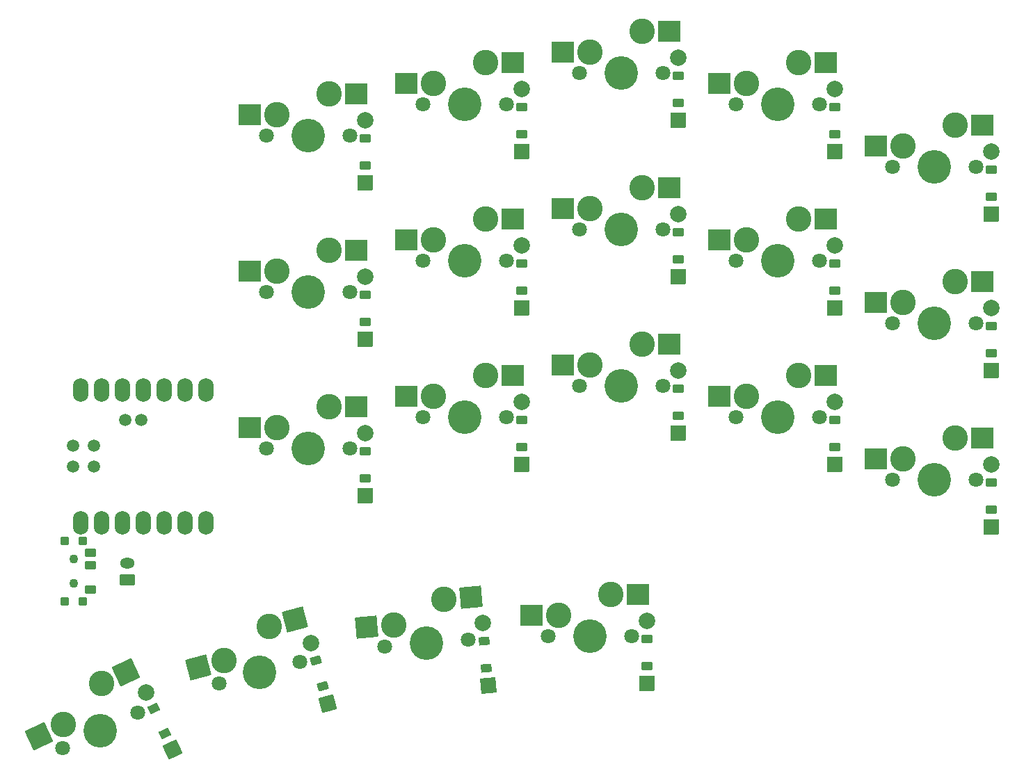
<source format=gbr>
%TF.GenerationSoftware,KiCad,Pcbnew,9.0.6*%
%TF.CreationDate,2026-01-03T00:52:40-08:00*%
%TF.ProjectId,pcb_right,7063625f-7269-4676-9874-2e6b69636164,4.2.1*%
%TF.SameCoordinates,Original*%
%TF.FileFunction,Soldermask,Bot*%
%TF.FilePolarity,Negative*%
%FSLAX46Y46*%
G04 Gerber Fmt 4.6, Leading zero omitted, Abs format (unit mm)*
G04 Created by KiCad (PCBNEW 9.0.6) date 2026-01-03 00:52:40*
%MOMM*%
%LPD*%
G01*
G04 APERTURE LIST*
G04 Aperture macros list*
%AMRoundRect*
0 Rectangle with rounded corners*
0 $1 Rounding radius*
0 $2 $3 $4 $5 $6 $7 $8 $9 X,Y pos of 4 corners*
0 Add a 4 corners polygon primitive as box body*
4,1,4,$2,$3,$4,$5,$6,$7,$8,$9,$2,$3,0*
0 Add four circle primitives for the rounded corners*
1,1,$1+$1,$2,$3*
1,1,$1+$1,$4,$5*
1,1,$1+$1,$6,$7*
1,1,$1+$1,$8,$9*
0 Add four rect primitives between the rounded corners*
20,1,$1+$1,$2,$3,$4,$5,0*
20,1,$1+$1,$4,$5,$6,$7,0*
20,1,$1+$1,$6,$7,$8,$9,0*
20,1,$1+$1,$8,$9,$2,$3,0*%
G04 Aperture macros list end*
%ADD10RoundRect,0.050000X0.450000X-0.450000X0.450000X0.450000X-0.450000X0.450000X-0.450000X-0.450000X0*%
%ADD11C,1.100000*%
%ADD12RoundRect,0.050000X0.625000X-0.450000X0.625000X0.450000X-0.625000X0.450000X-0.625000X-0.450000X0*%
%ADD13C,1.801800*%
%ADD14C,3.100000*%
%ADD15C,4.087800*%
%ADD16RoundRect,0.050000X-1.275000X-1.250000X1.275000X-1.250000X1.275000X1.250000X-1.275000X1.250000X0*%
%ADD17RoundRect,0.050000X0.889000X-0.889000X0.889000X0.889000X-0.889000X0.889000X-0.889000X-0.889000X0*%
%ADD18RoundRect,0.050000X0.600000X-0.450000X0.600000X0.450000X-0.600000X0.450000X-0.600000X-0.450000X0*%
%ADD19C,2.005000*%
%ADD20O,1.900000X2.850000*%
%ADD21C,1.497000*%
%ADD22RoundRect,0.050000X1.088798X-0.628618X0.628618X1.088798X-1.088798X0.628618X-0.628618X-1.088798X0*%
%ADD23RoundRect,0.050000X0.696024X-0.279375X0.463087X0.589958X-0.696024X0.279375X-0.463087X-0.589958X0*%
%ADD24RoundRect,0.050000X-1.161204X-1.356367X1.379093X-1.134120X1.161204X1.356367X-1.379093X1.134120X0*%
%ADD25RoundRect,0.050000X-0.627270X-1.671723X1.683815X-0.594046X0.627270X1.671723X-1.683815X0.594046X0*%
%ADD26RoundRect,0.050000X0.850000X-0.600000X0.850000X0.600000X-0.850000X0.600000X-0.850000X-0.600000X0*%
%ADD27O,1.800000X1.300000*%
%ADD28RoundRect,0.050000X0.963099X-0.808136X0.808136X0.963099X-0.963099X0.808136X-0.808136X-0.963099X0*%
%ADD29RoundRect,0.050000X0.636937X-0.395994X0.558497X0.500581X-0.636937X0.395994X-0.558497X-0.500581X0*%
%ADD30RoundRect,0.050000X-0.908032X-1.537402X1.555079X-0.877413X0.908032X1.537402X-1.555079X0.877413X0*%
%ADD31RoundRect,0.050000X1.181415X-0.430000X0.430000X1.181415X-1.181415X0.430000X-0.430000X-1.181415X0*%
%ADD32RoundRect,0.050000X0.733963X-0.154268X0.353606X0.661409X-0.733963X0.154268X-0.353606X-0.661409X0*%
G04 APERTURE END LIST*
D10*
%TO.C,T1*%
X226600000Y-164890000D03*
X228800000Y-164890000D03*
D11*
X227700000Y-162690000D03*
X227700000Y-159690000D03*
D10*
X226600000Y-157490000D03*
X228800000Y-157490000D03*
D12*
X229775000Y-163440000D03*
X229775000Y-160440000D03*
X229775000Y-158940000D03*
%TD*%
D13*
%TO.C,S15*%
X251120000Y-108090000D03*
D14*
X252390000Y-105550000D03*
D15*
X256200000Y-108090000D03*
D14*
X258740000Y-103010000D03*
D13*
X261280000Y-108090000D03*
D16*
X249115000Y-105550000D03*
X262042000Y-103010000D03*
%TD*%
D17*
%TO.C,D5*%
X320350000Y-129140000D03*
D18*
X320350000Y-126980000D03*
X320350000Y-123680000D03*
D19*
X320350000Y-121520000D03*
%TD*%
D17*
%TO.C,D2*%
X339400000Y-136760000D03*
D18*
X339400000Y-134600000D03*
X339400000Y-131300000D03*
D19*
X339400000Y-129140000D03*
%TD*%
D17*
%TO.C,D9*%
X301300000Y-106280000D03*
D18*
X301300000Y-104120000D03*
X301300000Y-100820000D03*
D19*
X301300000Y-98660000D03*
%TD*%
D20*
%TO.C,_1*%
X228580000Y-155285000D03*
X231120000Y-155285000D03*
X233660000Y-155285000D03*
X236200000Y-155285000D03*
X238740000Y-155285000D03*
X241280000Y-155285000D03*
X243820000Y-155285000D03*
D21*
X227628000Y-148460000D03*
X230168000Y-148460000D03*
D20*
X243820000Y-139095000D03*
X241280000Y-139095000D03*
X238740000Y-139095000D03*
X236200000Y-139095000D03*
X233660000Y-139095000D03*
X231120000Y-139095000D03*
X228580000Y-139095000D03*
D21*
X227628000Y-145920000D03*
X230168000Y-145920000D03*
X235883000Y-142745000D03*
X233978000Y-142745000D03*
%TD*%
D13*
%TO.C,S11*%
X270170000Y-123330000D03*
D14*
X271440000Y-120790000D03*
D15*
X275250000Y-123330000D03*
D14*
X277790000Y-118250000D03*
D13*
X280330000Y-123330000D03*
D16*
X268165000Y-120790000D03*
X281092000Y-118250000D03*
%TD*%
D13*
%TO.C,S16*%
X285410000Y-169050000D03*
D14*
X286680000Y-166510000D03*
D15*
X290490000Y-169050000D03*
D14*
X293030000Y-163970000D03*
D13*
X295570000Y-169050000D03*
D16*
X283405000Y-166510000D03*
X296332000Y-163970000D03*
%TD*%
D17*
%TO.C,D14*%
X263200000Y-132950000D03*
D18*
X263200000Y-130790000D03*
X263200000Y-127490000D03*
D19*
X263200000Y-125330000D03*
%TD*%
D13*
%TO.C,S2*%
X327320000Y-130950000D03*
D14*
X328590000Y-128410000D03*
D15*
X332400000Y-130950000D03*
D14*
X334940000Y-125870000D03*
D13*
X337480000Y-130950000D03*
D16*
X325315000Y-128410000D03*
X338242000Y-125870000D03*
%TD*%
D13*
%TO.C,S1*%
X327320000Y-150000000D03*
D14*
X328590000Y-147460000D03*
D15*
X332400000Y-150000000D03*
D14*
X334940000Y-144920000D03*
D13*
X337480000Y-150000000D03*
D16*
X325315000Y-147460000D03*
X338242000Y-144920000D03*
%TD*%
D13*
%TO.C,S3*%
X327320000Y-111900000D03*
D14*
X328590000Y-109360000D03*
D15*
X332400000Y-111900000D03*
D14*
X334940000Y-106820000D03*
D13*
X337480000Y-111900000D03*
D16*
X325315000Y-109360000D03*
X338242000Y-106820000D03*
%TD*%
D17*
%TO.C,D3*%
X339400000Y-117710000D03*
D18*
X339400000Y-115550000D03*
X339400000Y-112250000D03*
D19*
X339400000Y-110090000D03*
%TD*%
D13*
%TO.C,S6*%
X308270000Y-104280000D03*
D14*
X309540000Y-101740000D03*
D15*
X313350000Y-104280000D03*
D14*
X315890000Y-99200000D03*
D13*
X318430000Y-104280000D03*
D16*
X306265000Y-101740000D03*
X319192000Y-99200000D03*
%TD*%
D22*
%TO.C,D18*%
X258587017Y-177300420D03*
D23*
X258027965Y-175214021D03*
X257173865Y-172026465D03*
D19*
X256614813Y-169940066D03*
%TD*%
D17*
%TO.C,D15*%
X263200000Y-113900000D03*
D18*
X263200000Y-111740000D03*
X263200000Y-108440000D03*
D19*
X263200000Y-106280000D03*
%TD*%
D13*
%TO.C,S7*%
X289220000Y-138570000D03*
D14*
X290490000Y-136030000D03*
D15*
X294300000Y-138570000D03*
D14*
X296840000Y-133490000D03*
D13*
X299380000Y-138570000D03*
D16*
X287215000Y-136030000D03*
X300142000Y-133490000D03*
%TD*%
D13*
%TO.C,S10*%
X270170000Y-142380000D03*
D14*
X271440000Y-139840000D03*
D15*
X275250000Y-142380000D03*
D14*
X277790000Y-137300000D03*
D13*
X280330000Y-142380000D03*
D16*
X268165000Y-139840000D03*
X281092000Y-137300000D03*
%TD*%
D17*
%TO.C,D11*%
X282250000Y-129140000D03*
D18*
X282250000Y-126980000D03*
X282250000Y-123680000D03*
D19*
X282250000Y-121520000D03*
%TD*%
D17*
%TO.C,D4*%
X320350000Y-148190000D03*
D18*
X320350000Y-146030000D03*
X320350000Y-142730000D03*
D19*
X320350000Y-140570000D03*
%TD*%
D17*
%TO.C,D16*%
X297490000Y-174860000D03*
D18*
X297490000Y-172700000D03*
X297490000Y-169400000D03*
D19*
X297490000Y-167240000D03*
%TD*%
D13*
%TO.C,S17*%
X265585418Y-170359155D03*
D14*
X266629210Y-167718133D03*
D15*
X270646087Y-169916404D03*
D14*
X272733670Y-164634359D03*
D13*
X275706756Y-169473653D03*
D24*
X263366672Y-168003568D03*
X276023105Y-164346571D03*
%TD*%
D17*
%TO.C,D8*%
X301300000Y-125330000D03*
D18*
X301300000Y-123170000D03*
X301300000Y-119870000D03*
D19*
X301300000Y-117710000D03*
%TD*%
D17*
%TO.C,D1*%
X339400000Y-155810000D03*
D18*
X339400000Y-153650000D03*
X339400000Y-150350000D03*
D19*
X339400000Y-148190000D03*
%TD*%
D17*
%TO.C,D10*%
X282250000Y-148190000D03*
D18*
X282250000Y-146030000D03*
X282250000Y-142730000D03*
D19*
X282250000Y-140570000D03*
%TD*%
D13*
%TO.C,S19*%
X226324539Y-182705578D03*
D14*
X226402100Y-179866831D03*
D15*
X230928583Y-180558677D03*
D14*
X231083704Y-174881183D03*
D13*
X235532627Y-178411776D03*
D25*
X223433942Y-181250906D03*
X234076332Y-173485698D03*
%TD*%
D26*
%TO.C,JST1*%
X234200000Y-162190000D03*
D27*
X234200000Y-160190000D03*
%TD*%
D13*
%TO.C,S13*%
X251120000Y-146190000D03*
D14*
X252390000Y-143650000D03*
D15*
X256200000Y-146190000D03*
D14*
X258740000Y-141110000D03*
D13*
X261280000Y-146190000D03*
D16*
X249115000Y-143650000D03*
X262042000Y-141110000D03*
%TD*%
D13*
%TO.C,S9*%
X289220000Y-100470000D03*
D14*
X290490000Y-97930000D03*
D15*
X294300000Y-100470000D03*
D14*
X296840000Y-95390000D03*
D13*
X299380000Y-100470000D03*
D16*
X287215000Y-97930000D03*
X300142000Y-95390000D03*
%TD*%
D13*
%TO.C,S5*%
X308270000Y-123330000D03*
D14*
X309540000Y-120790000D03*
D15*
X313350000Y-123330000D03*
D14*
X315890000Y-118250000D03*
D13*
X318430000Y-123330000D03*
D16*
X306265000Y-120790000D03*
X319192000Y-118250000D03*
%TD*%
D13*
%TO.C,S14*%
X251120000Y-127140000D03*
D14*
X252390000Y-124600000D03*
D15*
X256200000Y-127140000D03*
D14*
X258740000Y-122060000D03*
D13*
X261280000Y-127140000D03*
D16*
X249115000Y-124600000D03*
X262042000Y-122060000D03*
%TD*%
D13*
%TO.C,S12*%
X270170000Y-104280000D03*
D14*
X271440000Y-101740000D03*
D15*
X275250000Y-104280000D03*
D14*
X277790000Y-99200000D03*
D13*
X280330000Y-104280000D03*
D16*
X268165000Y-101740000D03*
X281092000Y-99200000D03*
%TD*%
D17*
%TO.C,D13*%
X263200000Y-152000000D03*
D18*
X263200000Y-149840000D03*
X263200000Y-146540000D03*
D19*
X263200000Y-144380000D03*
%TD*%
D28*
%TO.C,D17*%
X278125824Y-175094205D03*
D29*
X277937568Y-172942424D03*
X277649954Y-169654982D03*
D19*
X277461698Y-167503201D03*
%TD*%
D17*
%TO.C,D6*%
X320350000Y-110090000D03*
D18*
X320350000Y-107930000D03*
X320350000Y-104630000D03*
D19*
X320350000Y-102470000D03*
%TD*%
D13*
%TO.C,S8*%
X289220000Y-119520000D03*
D14*
X290490000Y-116980000D03*
D15*
X294300000Y-119520000D03*
D14*
X296840000Y-114440000D03*
D13*
X299380000Y-119520000D03*
D16*
X287215000Y-116980000D03*
X300142000Y-114440000D03*
%TD*%
D13*
%TO.C,S18*%
X245414893Y-174814926D03*
D14*
X245984218Y-172032774D03*
D15*
X250321796Y-173500125D03*
D14*
X251460447Y-167935821D03*
D13*
X255228699Y-172185324D03*
D30*
X242820811Y-172880406D03*
X254649934Y-167081201D03*
%TD*%
D17*
%TO.C,D7*%
X301300000Y-144380000D03*
D18*
X301300000Y-142220000D03*
X301300000Y-138920000D03*
D19*
X301300000Y-136760000D03*
%TD*%
D17*
%TO.C,D12*%
X282250000Y-110090000D03*
D18*
X282250000Y-107930000D03*
X282250000Y-104630000D03*
D19*
X282250000Y-102470000D03*
%TD*%
D31*
%TO.C,D19*%
X239728150Y-182865998D03*
D32*
X238815294Y-180908373D03*
X237420654Y-177917557D03*
D19*
X236507798Y-175959932D03*
%TD*%
D13*
%TO.C,S4*%
X308270000Y-142380000D03*
D14*
X309540000Y-139840000D03*
D15*
X313350000Y-142380000D03*
D14*
X315890000Y-137300000D03*
D13*
X318430000Y-142380000D03*
D16*
X306265000Y-139840000D03*
X319192000Y-137300000D03*
%TD*%
M02*

</source>
